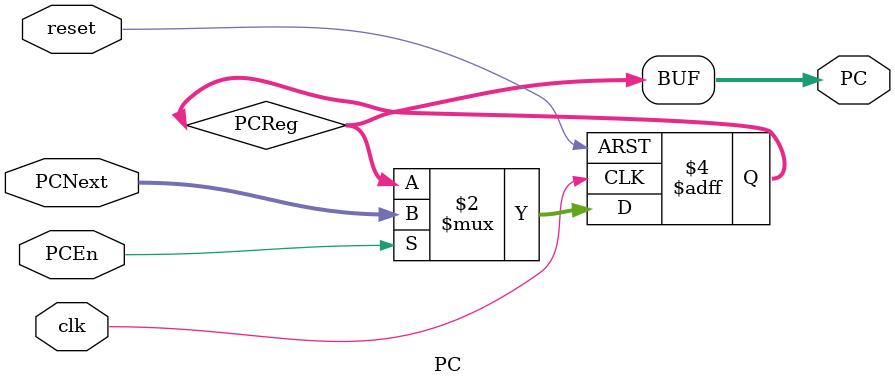
<source format=v>
`timescale 1ns / 1ps
/*
 * Copyright (c) 2023 Govardhan
 *
 * Permission is hereby granted, free of charge, to any person obtaining a copy
 * of this software and associated documentation files (the "Software"), to deal
 * in the Software without restriction, including without limitation the rights
 * to use, copy, modify, merge, publish, distribute, sublicense, and/or sell
 * copies of the Software, and to permit persons to whom the Software is
 * furnished to do so, subject to the following conditions:
 *
 * The above copyright notice and this permission notice shall be included in
 * all copies or substantial portions of the Software.
 *
 * THE SOFTWARE IS PROVIDED "AS IS", WITHOUT WARRANTY OF ANY KIND, EXPRESS OR
 * IMPLIED, INCLUDING BUT NOT LIMITED TO THE WARRANTIES OF MERCHANTABILITY,
 * FITNESS FOR A PARTICULAR PURPOSE AND NONINFRINGEMENT. IN NO EVENT SHALL THE
 * AUTHORS OR COPYRIGHT HOLDERS BE LIABLE FOR ANY CLAIM, DAMAGES OR OTHER
 * LIABILITY, WHETHER IN AN ACTION OF CONTRACT, TORT OR OTHERWISE, ARISING FROM,
 * OUT OF OR IN CONNECTION WITH THE SOFTWARE OR THE USE OR OTHER DEALINGS IN
 * THE SOFTWARE.
 */

module PC (	
		input wire 	   clk,reset,
		input wire PCEn,
		input wire [31:0]  PCNext,
		output wire [31:0] PC );
   
   reg [31:0] 			   PCReg;

   always @(posedge clk or posedge reset) begin
    if (reset)
        PCReg <= 0;
    else if (PCEn)
        PCReg <= PCNext;
end

   assign PC = PCReg;

endmodule

</source>
